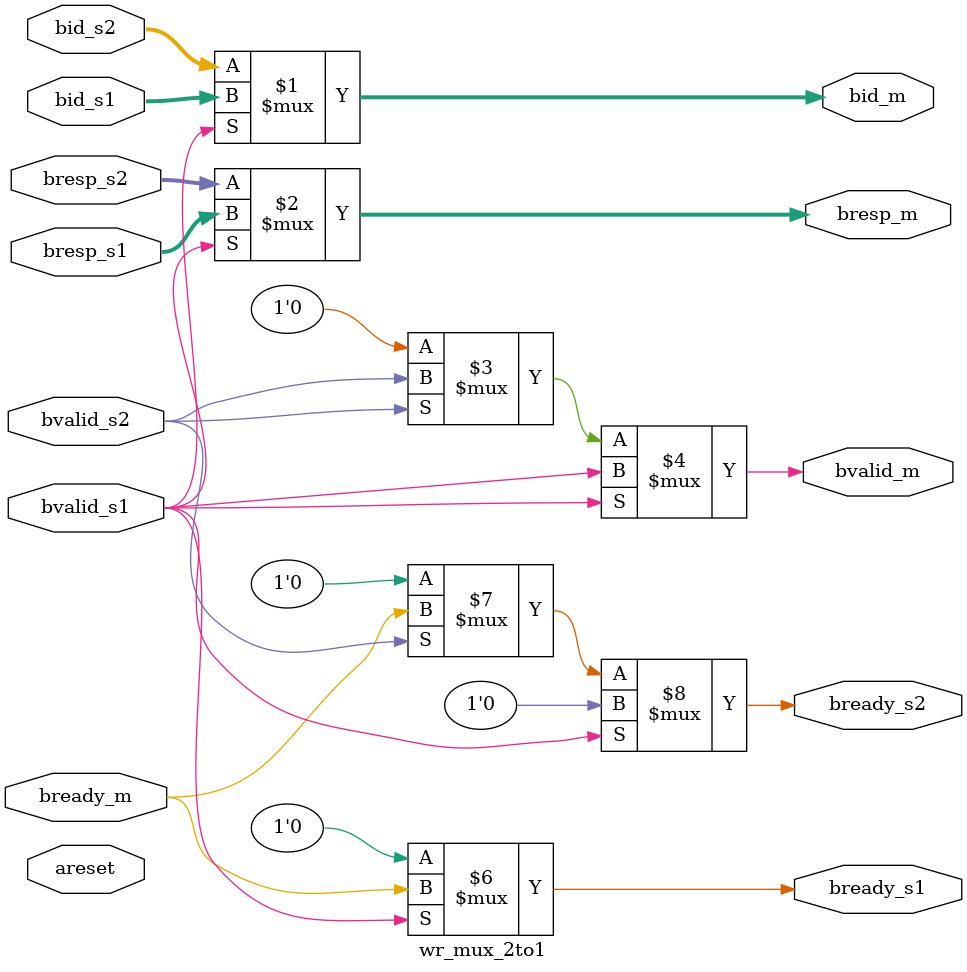
<source format=v>
module wr_mux_2to1(
input           areset,

// master
output   [3:0]  bid_m,
output   [1:0]  bresp_m,
output          bvalid_m,
input           bready_m,

// slave 1
input    [3:0]  bid_s1,
input    [1:0]  bresp_s1,
input           bvalid_s1,
output          bready_s1,

// slave 2
input    [3:0]  bid_s2,
input    [1:0]  bresp_s2,
input           bvalid_s2,
output          bready_s2
);

// wresponse mux
assign bid_m     = bvalid_s1 ? bid_s1 : bid_s2;
assign bresp_m   = bvalid_s1 ? bresp_s1 : bresp_s2;
assign bvalid_m  = bvalid_s1 ? bvalid_s1 : bvalid_s2 ? bvalid_s2 : 1'b0;

// ready signal
assign bready_s1 = bvalid_s1 ? bready_m : bvalid_s2 ? 1'b0 : 1'b0;
assign bready_s2 = bvalid_s1 ? 1'b0 : bvalid_s2 ? bready_m : 1'b0;
endmodule

</source>
